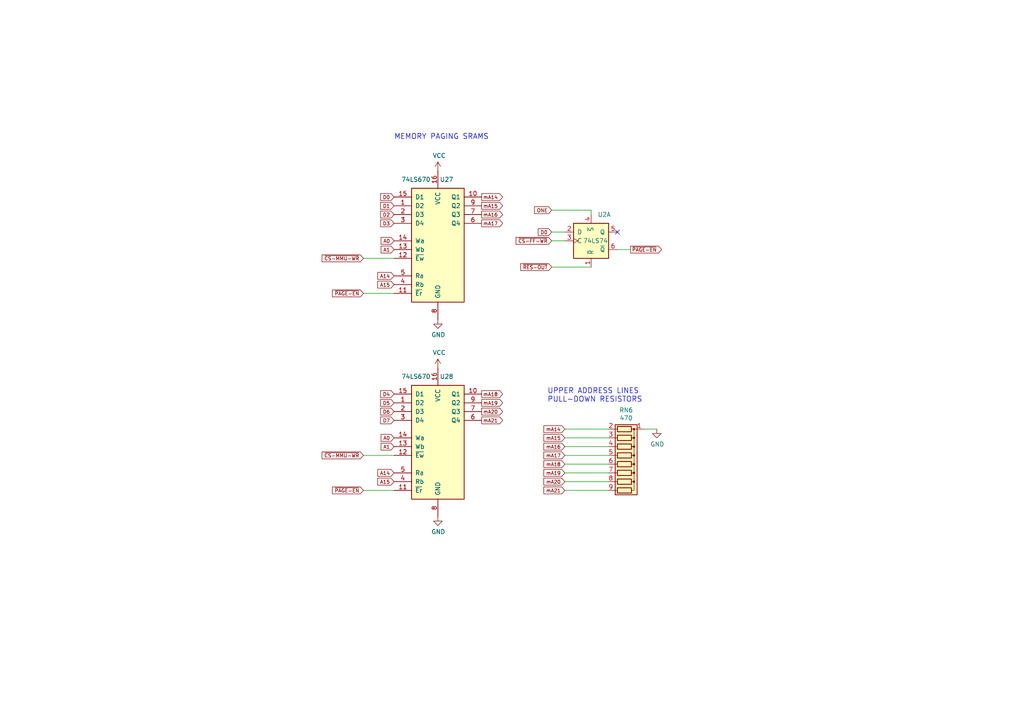
<source format=kicad_sch>
(kicad_sch (version 20211123) (generator eeschema)
  (paper "A4")
  (lib_symbols
    (symbol "74xx:74LS670" (pin_names (offset 1.016))
      (property "Reference" "U" (at -7.62 16.51 0))
      (property "Value" "74LS670" (at -7.62 -19.05 0))
      (symbol "74LS670_1_0"
        (pin input line (at -12.7 10.16 0) (length 5.08) (name "D2") (number "1"))
        (pin tri_state line (at 12.7 12.7 180) (length 5.08) (name "Q1") (number "10"))
        (pin input line (at -12.7 -15.24 0) (length 5.08) (name "~{Er}") (number "11"))
        (pin input line (at -12.7 -5.08 0) (length 5.08) (name "~{Ew}") (number "12"))
        (pin input line (at -12.7 -2.54 0) (length 5.08) (name "Wb") (number "13"))
        (pin input line (at -12.7 0 0) (length 5.08) (name "Wa") (number "14"))
        (pin input line (at -12.7 12.7 0) (length 5.08) (name "D1") (number "15"))
        (pin power_in line (at 0 20.32 270) (length 5.08) (name "VCC") (number "16"))
        (pin input line (at -12.7 7.62 0) (length 5.08) (name "D3") (number "2"))
        (pin input line (at -12.7 5.08 0) (length 5.08) (name "D4") (number "3"))
        (pin input line (at -12.7 -12.7 0) (length 5.08) (name "Rb") (number "4"))
        (pin input line (at -12.7 -10.16 0) (length 5.08) (name "Ra") (number "5"))
        (pin tri_state line (at 12.7 5.08 180) (length 5.08) (name "Q4") (number "6"))
        (pin tri_state line (at 12.7 7.62 180) (length 5.08) (name "Q3") (number "7"))
        (pin power_in line (at 0 -22.86 90) (length 5.08) (name "GND") (number "8"))
        (pin tri_state line (at 12.7 10.16 180) (length 5.08) (name "Q2") (number "9"))
      )
      (symbol "74LS670_1_1"
        (rectangle (start -7.62 15.24) (end 7.62 -17.78) (stroke (width 0.254)) (fill (type background)))
      )
    )
    (symbol "74xx:74LS74" (pin_names (offset 1.016))
      (property "Reference" "U" (at -7.62 8.89 0))
      (property "Value" "74LS74" (at -7.62 -8.89 0))
      (symbol "74LS74_1_0"
        (pin input line (at 0 -7.62 90) (length 2.54) (name "~{R}") (number "1"))
        (pin input line (at -7.62 2.54 0) (length 2.54) (name "D") (number "2"))
        (pin input clock (at -7.62 0 0) (length 2.54) (name "C") (number "3"))
        (pin input line (at 0 7.62 270) (length 2.54) (name "~{S}") (number "4"))
        (pin output line (at 7.62 2.54 180) (length 2.54) (name "Q") (number "5"))
        (pin output line (at 7.62 -2.54 180) (length 2.54) (name "~{Q}") (number "6"))
      )
      (symbol "74LS74_1_1"
        (rectangle (start -5.08 5.08) (end 5.08 -5.08) (stroke (width 0.254)) (fill (type background)))
      )
      (symbol "74LS74_2_0"
        (pin input line (at 0 7.62 270) (length 2.54) (name "~{S}") (number "10"))
        (pin input clock (at -7.62 0 0) (length 2.54) (name "C") (number "11"))
        (pin input line (at -7.62 2.54 0) (length 2.54) (name "D") (number "12"))
        (pin input line (at 0 -7.62 90) (length 2.54) (name "~{R}") (number "13"))
        (pin output line (at 7.62 -2.54 180) (length 2.54) (name "~{Q}") (number "8"))
        (pin output line (at 7.62 2.54 180) (length 2.54) (name "Q") (number "9"))
      )
      (symbol "74LS74_2_1"
        (rectangle (start -5.08 5.08) (end 5.08 -5.08) (stroke (width 0.254)) (fill (type background)))
      )
      (symbol "74LS74_3_0"
        (pin power_in line (at 0 10.16 270) (length 2.54) (name "VCC") (number "14"))
        (pin power_in line (at 0 -10.16 90) (length 2.54) (name "GND") (number "7"))
      )
      (symbol "74LS74_3_1"
        (rectangle (start -5.08 7.62) (end 5.08 -7.62) (stroke (width 0.254)) (fill (type background)))
      )
    )
    (symbol "Device:R_Network08" (pin_names (offset 0) hide)
      (property "Reference" "RN" (at -12.7 0 90))
      (property "Value" "R_Network08" (at 10.16 0 90))
      (symbol "R_Network08_0_1"
        (rectangle (start -11.43 -3.175) (end 8.89 3.175) (stroke (width 0.254)) (fill (type background)))
        (rectangle (start -10.922 1.524) (end -9.398 -2.54) (stroke (width 0.254)))
        (circle (center -10.16 2.286) (radius 0.254) (fill (type outline)))
        (rectangle (start -8.382 1.524) (end -6.858 -2.54) (stroke (width 0.254)))
        (circle (center -7.62 2.286) (radius 0.254) (fill (type outline)))
        (rectangle (start -5.842 1.524) (end -4.318 -2.54) (stroke (width 0.254)))
        (circle (center -5.08 2.286) (radius 0.254) (fill (type outline)))
        (rectangle (start -3.302 1.524) (end -1.778 -2.54) (stroke (width 0.254)))
        (circle (center -2.54 2.286) (radius 0.254) (fill (type outline)))
        (rectangle (start -0.762 1.524) (end 0.762 -2.54) (stroke (width 0.254)))
        (polyline (pts (xy -10.16 -2.54) (xy -10.16 -3.81)))
        (polyline (pts (xy -7.62 -2.54) (xy -7.62 -3.81)))
        (polyline (pts (xy -5.08 -2.54) (xy -5.08 -3.81)))
        (polyline (pts (xy -2.54 -2.54) (xy -2.54 -3.81)))
        (polyline (pts (xy 0 -2.54) (xy 0 -3.81)))
        (polyline (pts (xy 2.54 -2.54) (xy 2.54 -3.81)))
        (polyline (pts (xy 5.08 -2.54) (xy 5.08 -3.81)))
        (polyline (pts (xy 7.62 -2.54) (xy 7.62 -3.81)))
        (polyline (pts (xy -10.16 1.524) (xy -10.16 2.286) (xy -7.62 2.286) (xy -7.62 1.524)))
        (polyline (pts (xy -7.62 1.524) (xy -7.62 2.286) (xy -5.08 2.286) (xy -5.08 1.524)))
        (polyline (pts (xy -5.08 1.524) (xy -5.08 2.286) (xy -2.54 2.286) (xy -2.54 1.524)))
        (polyline (pts (xy -2.54 1.524) (xy -2.54 2.286) (xy 0 2.286) (xy 0 1.524)))
        (polyline (pts (xy 0 1.524) (xy 0 2.286) (xy 2.54 2.286) (xy 2.54 1.524)))
        (polyline (pts (xy 2.54 1.524) (xy 2.54 2.286) (xy 5.08 2.286) (xy 5.08 1.524)))
        (polyline (pts (xy 5.08 1.524) (xy 5.08 2.286) (xy 7.62 2.286) (xy 7.62 1.524)))
        (circle (center 0 2.286) (radius 0.254) (fill (type outline)))
        (rectangle (start 1.778 1.524) (end 3.302 -2.54) (stroke (width 0.254)))
        (circle (center 2.54 2.286) (radius 0.254) (fill (type outline)))
        (rectangle (start 4.318 1.524) (end 5.842 -2.54) (stroke (width 0.254)))
        (circle (center 5.08 2.286) (radius 0.254) (fill (type outline)))
        (rectangle (start 6.858 1.524) (end 8.382 -2.54) (stroke (width 0.254)))
      )
      (symbol "R_Network08_1_1"
        (pin passive line (at -10.16 5.08 270) (length 2.54) (name "common") (number "1"))
        (pin passive line (at -10.16 -5.08 90) (length 1.27) (name "R1") (number "2"))
        (pin passive line (at -7.62 -5.08 90) (length 1.27) (name "R2") (number "3"))
        (pin passive line (at -5.08 -5.08 90) (length 1.27) (name "R3") (number "4"))
        (pin passive line (at -2.54 -5.08 90) (length 1.27) (name "R4") (number "5"))
        (pin passive line (at 0 -5.08 90) (length 1.27) (name "R5") (number "6"))
        (pin passive line (at 2.54 -5.08 90) (length 1.27) (name "R6") (number "7"))
        (pin passive line (at 5.08 -5.08 90) (length 1.27) (name "R7") (number "8"))
        (pin passive line (at 7.62 -5.08 90) (length 1.27) (name "R8") (number "9"))
      )
    )
    (symbol "power:GND" (power) (pin_names (offset 0))
      (property "Value" "GND" (at 0 -3.81 0))
      (symbol "GND_0_1"
        (polyline (pts (xy 0 0) (xy 0 -1.27) (xy 1.27 -1.27) (xy 0 -2.54) (xy -1.27 -1.27) (xy 0 -1.27)))
      )
      (symbol "GND_1_1"
        (pin power_in line (at 0 0 270) (length 0) hide (name "GND") (number "1"))
      )
    )
    (symbol "power:VCC" (power) (pin_names (offset 0))
      (property "Value" "VCC" (at 0 3.81 0))
      (symbol "VCC_0_1"
        (polyline (pts (xy -0.762 1.27) (xy 0 2.54)))
        (polyline (pts (xy 0 0) (xy 0 2.54)))
        (polyline (pts (xy 0 2.54) (xy 0.762 1.27)))
      )
      (symbol "VCC_1_1"
        (pin power_in line (at 0 0 90) (length 0) hide (name "VCC") (number "1"))
      )
    )
  )
  (no_connect (at 179.07 67.31))
  (wire (pts (xy 163.83 134.62) (xy 176.53 134.62)))
  (wire (pts (xy 179.07 72.39) (xy 182.88 72.39)))
  (wire (pts (xy 171.45 62.23) (xy 171.45 60.96)))
  (wire (pts (xy 171.45 77.47) (xy 160.02 77.47)))
  (wire (pts (xy 105.41 74.93) (xy 114.3 74.93)))
  (wire (pts (xy 163.83 132.08) (xy 176.53 132.08)))
  (wire (pts (xy 163.83 137.16) (xy 176.53 137.16)))
  (wire (pts (xy 105.41 132.08) (xy 114.3 132.08)))
  (wire (pts (xy 160.02 67.31) (xy 163.83 67.31)))
  (wire (pts (xy 163.83 142.24) (xy 176.53 142.24)))
  (wire (pts (xy 171.45 60.96) (xy 160.02 60.96)))
  (wire (pts (xy 163.83 139.7) (xy 176.53 139.7)))
  (wire (pts (xy 105.41 142.24) (xy 114.3 142.24)))
  (wire (pts (xy 163.83 127) (xy 176.53 127)))
  (wire (pts (xy 186.69 124.46) (xy 190.5 124.46)))
  (wire (pts (xy 163.83 129.54) (xy 176.53 129.54)))
  (wire (pts (xy 160.02 69.85) (xy 163.83 69.85)))
  (wire (pts (xy 105.41 85.09) (xy 114.3 85.09)))
  (wire (pts (xy 163.83 124.46) (xy 176.53 124.46)))
  (text "MEMORY PAGING SRAMS" (at 114.3 40.64 0) (effects (font (size 1.524 1.524)) (justify left bottom)))
  (text "UPPER ADDRESS LINES \nPULL-DOWN RESISTORS" (at 158.75 116.84 0) (effects (font (size 1.524 1.524)) (justify left bottom)))
  (global_label "ONE" (shape input) (at 160.02 60.96 180) (effects (font (size 1.016 1.016))) (property "Intersheet References" "${INTERSHEET_REFS}" (effects hide)))
  (global_label "mA14" (shape output) (at 139.7 57.15 0) (effects (font (size 1.016 1.016))) (property "Intersheet References" "${INTERSHEET_REFS}" (effects hide)))
  (global_label "mA19" (shape input) (at 163.83 137.16 180) (effects (font (size 1.016 1.016))) (property "Intersheet References" "${INTERSHEET_REFS}" (effects hide)))
  (global_label "mA18" (shape input) (at 163.83 134.62 180) (effects (font (size 1.016 1.016))) (property "Intersheet References" "${INTERSHEET_REFS}" (effects hide)))
  (global_label "mA20" (shape output) (at 139.7 119.38 0) (effects (font (size 1.016 1.016))) (property "Intersheet References" "${INTERSHEET_REFS}" (effects hide)))
  (global_label "mA14" (shape input) (at 163.83 124.46 180) (effects (font (size 1.016 1.016))) (property "Intersheet References" "${INTERSHEET_REFS}" (effects hide)))
  (global_label "mA21" (shape output) (at 139.7 121.92 0) (effects (font (size 1.016 1.016))) (property "Intersheet References" "${INTERSHEET_REFS}" (effects hide)))
  (global_label "~{CS-FF-WR}" (shape input) (at 160.02 69.85 180) (effects (font (size 1.016 1.016))) (property "Intersheet References" "${INTERSHEET_REFS}" (effects hide)))
  (global_label "A15" (shape input) (at 114.3 82.55 180) (effects (font (size 1.016 1.016))) (property "Intersheet References" "${INTERSHEET_REFS}" (effects hide)))
  (global_label "mA15" (shape input) (at 163.83 127 180) (effects (font (size 1.016 1.016))) (property "Intersheet References" "${INTERSHEET_REFS}" (effects hide)))
  (global_label "A0" (shape input) (at 114.3 127 180) (effects (font (size 1.016 1.016))) (property "Intersheet References" "${INTERSHEET_REFS}" (effects hide)))
  (global_label "mA17" (shape output) (at 139.7 64.77 0) (effects (font (size 1.016 1.016))) (property "Intersheet References" "${INTERSHEET_REFS}" (effects hide)))
  (global_label "mA21" (shape input) (at 163.83 142.24 180) (effects (font (size 1.016 1.016))) (property "Intersheet References" "${INTERSHEET_REFS}" (effects hide)))
  (global_label "mA17" (shape input) (at 163.83 132.08 180) (effects (font (size 1.016 1.016))) (property "Intersheet References" "${INTERSHEET_REFS}" (effects hide)))
  (global_label "A15" (shape input) (at 114.3 139.7 180) (effects (font (size 1.016 1.016))) (property "Intersheet References" "${INTERSHEET_REFS}" (effects hide)))
  (global_label "D0" (shape input) (at 160.02 67.31 180) (effects (font (size 1.016 1.016))) (property "Intersheet References" "${INTERSHEET_REFS}" (effects hide)))
  (global_label "D2" (shape input) (at 114.3 62.23 180) (effects (font (size 1.016 1.016))) (property "Intersheet References" "${INTERSHEET_REFS}" (effects hide)))
  (global_label "~{PAGE-EN}" (shape output) (at 182.88 72.39 0) (effects (font (size 1.016 1.016))) (property "Intersheet References" "${INTERSHEET_REFS}" (effects hide)))
  (global_label "~{PAGE-EN}" (shape input) (at 105.41 85.09 180) (effects (font (size 1.016 1.016))) (property "Intersheet References" "${INTERSHEET_REFS}" (effects hide)))
  (global_label "A0" (shape input) (at 114.3 69.85 180) (effects (font (size 1.016 1.016))) (property "Intersheet References" "${INTERSHEET_REFS}" (effects hide)))
  (global_label "A1" (shape input) (at 114.3 72.39 180) (effects (font (size 1.016 1.016))) (property "Intersheet References" "${INTERSHEET_REFS}" (effects hide)))
  (global_label "D1" (shape input) (at 114.3 59.69 180) (effects (font (size 1.016 1.016))) (property "Intersheet References" "${INTERSHEET_REFS}" (effects hide)))
  (global_label "mA19" (shape output) (at 139.7 116.84 0) (effects (font (size 1.016 1.016))) (property "Intersheet References" "${INTERSHEET_REFS}" (effects hide)))
  (global_label "mA16" (shape input) (at 163.83 129.54 180) (effects (font (size 1.016 1.016))) (property "Intersheet References" "${INTERSHEET_REFS}" (effects hide)))
  (global_label "D3" (shape input) (at 114.3 64.77 180) (effects (font (size 1.016 1.016))) (property "Intersheet References" "${INTERSHEET_REFS}" (effects hide)))
  (global_label "A14" (shape input) (at 114.3 80.01 180) (effects (font (size 1.016 1.016))) (property "Intersheet References" "${INTERSHEET_REFS}" (effects hide)))
  (global_label "mA15" (shape output) (at 139.7 59.69 0) (effects (font (size 1.016 1.016))) (property "Intersheet References" "${INTERSHEET_REFS}" (effects hide)))
  (global_label "~{CS-MMU-WR}" (shape input) (at 105.41 74.93 180) (effects (font (size 1.016 1.016))) (property "Intersheet References" "${INTERSHEET_REFS}" (effects hide)))
  (global_label "D5" (shape input) (at 114.3 116.84 180) (effects (font (size 1.016 1.016))) (property "Intersheet References" "${INTERSHEET_REFS}" (effects hide)))
  (global_label "mA20" (shape input) (at 163.83 139.7 180) (effects (font (size 1.016 1.016))) (property "Intersheet References" "${INTERSHEET_REFS}" (effects hide)))
  (global_label "D6" (shape input) (at 114.3 119.38 180) (effects (font (size 1.016 1.016))) (property "Intersheet References" "${INTERSHEET_REFS}" (effects hide)))
  (global_label "~{PAGE-EN}" (shape input) (at 105.41 142.24 180) (effects (font (size 1.016 1.016))) (property "Intersheet References" "${INTERSHEET_REFS}" (effects hide)))
  (global_label "mA16" (shape output) (at 139.7 62.23 0) (effects (font (size 1.016 1.016))) (property "Intersheet References" "${INTERSHEET_REFS}" (effects hide)))
  (global_label "D4" (shape input) (at 114.3 114.3 180) (effects (font (size 1.016 1.016))) (property "Intersheet References" "${INTERSHEET_REFS}" (effects hide)))
  (global_label "mA18" (shape output) (at 139.7 114.3 0) (effects (font (size 1.016 1.016))) (property "Intersheet References" "${INTERSHEET_REFS}" (effects hide)))
  (global_label "D7" (shape input) (at 114.3 121.92 180) (effects (font (size 1.016 1.016))) (property "Intersheet References" "${INTERSHEET_REFS}" (effects hide)))
  (global_label "D0" (shape input) (at 114.3 57.15 180) (effects (font (size 1.016 1.016))) (property "Intersheet References" "${INTERSHEET_REFS}" (effects hide)))
  (global_label "A14" (shape input) (at 114.3 137.16 180) (effects (font (size 1.016 1.016))) (property "Intersheet References" "${INTERSHEET_REFS}" (effects hide)))
  (global_label "A1" (shape input) (at 114.3 129.54 180) (effects (font (size 1.016 1.016))) (property "Intersheet References" "${INTERSHEET_REFS}" (effects hide)))
  (global_label "~{RES-OUT}" (shape input) (at 160.02 77.47 180) (effects (font (size 1.016 1.016))) (property "Intersheet References" "${INTERSHEET_REFS}" (effects hide)))
  (global_label "~{CS-MMU-WR}" (shape input) (at 105.41 132.08 180) (effects (font (size 1.016 1.016))) (property "Intersheet References" "${INTERSHEET_REFS}" (effects hide)))
  (symbol (lib_id "74xx:74LS74") (at 171.45 69.85 0) (unit 1)
    (property "Reference" "U2" (at 175.26 62.23 0))
    (property "Value" "74LS74" (at 172.72 69.85 0))
    (property "Footprint" "Package_DIP:DIP-14_W7.62mm_Socket" (effects hide))
    (property "Datasheet" "74xx/74hc_hct74.pdf" (effects hide))
  )
  (symbol (lib_id "power:VCC") (at 127 49.53 0) (unit 1)
    (property "Reference" "#PWR092" (effects hide))
    (property "Value" "VCC" (at 127.381 45.1358 0))
  )
  (symbol (lib_id "74xx:74LS670") (at 127 69.85 0) (unit 1)
    (property "Reference" "U27" (at 129.54 52.07 0))
    (property "Value" "74LS670" (at 120.65 52.07 0))
    (property "Footprint" "Package_DIP:DIP-16_W7.62mm_Socket" (effects hide))
    (property "Datasheet" "http://www.ti.com/lit/gpn/sn74LS670" (effects hide))
  )
  (symbol (lib_id "Device:R_Network08") (at 181.61 134.62 270) (unit 1)
    (property "Reference" "RN6" (at 181.61 118.9482 90))
    (property "Value" "470" (at 181.61 121.2596 90))
    (property "Footprint" "Resistor_THT:R_Array_SIP9" (effects hide))
    (property "Datasheet" "http://www.vishay.com/docs/31509/csc.pdf" (effects hide))
  )
  (symbol (lib_id "power:GND") (at 190.5 124.46 0) (unit 1)
    (property "Reference" "#PWR096" (effects hide))
    (property "Value" "GND" (at 190.627 128.8542 0))
  )
  (symbol (lib_id "power:GND") (at 127 92.71 0) (unit 1)
    (property "Reference" "#PWR093" (effects hide))
    (property "Value" "GND" (at 127.127 97.1042 0))
  )
  (symbol (lib_id "74xx:74LS670") (at 127 127 0) (unit 1)
    (property "Reference" "U28" (at 129.54 109.22 0))
    (property "Value" "74LS670" (at 120.65 109.22 0))
    (property "Footprint" "Package_DIP:DIP-16_W7.62mm_Socket" (effects hide))
    (property "Datasheet" "http://www.ti.com/lit/gpn/sn74LS670" (effects hide))
  )
  (symbol (lib_id "power:GND") (at 127 149.86 0) (unit 1)
    (property "Reference" "#PWR095" (effects hide))
    (property "Value" "GND" (at 127.127 154.2542 0))
  )
  (symbol (lib_id "power:VCC") (at 127 106.68 0) (unit 1)
    (property "Reference" "#PWR094" (effects hide))
    (property "Value" "VCC" (at 127.381 102.2858 0))
  )
)
</source>
